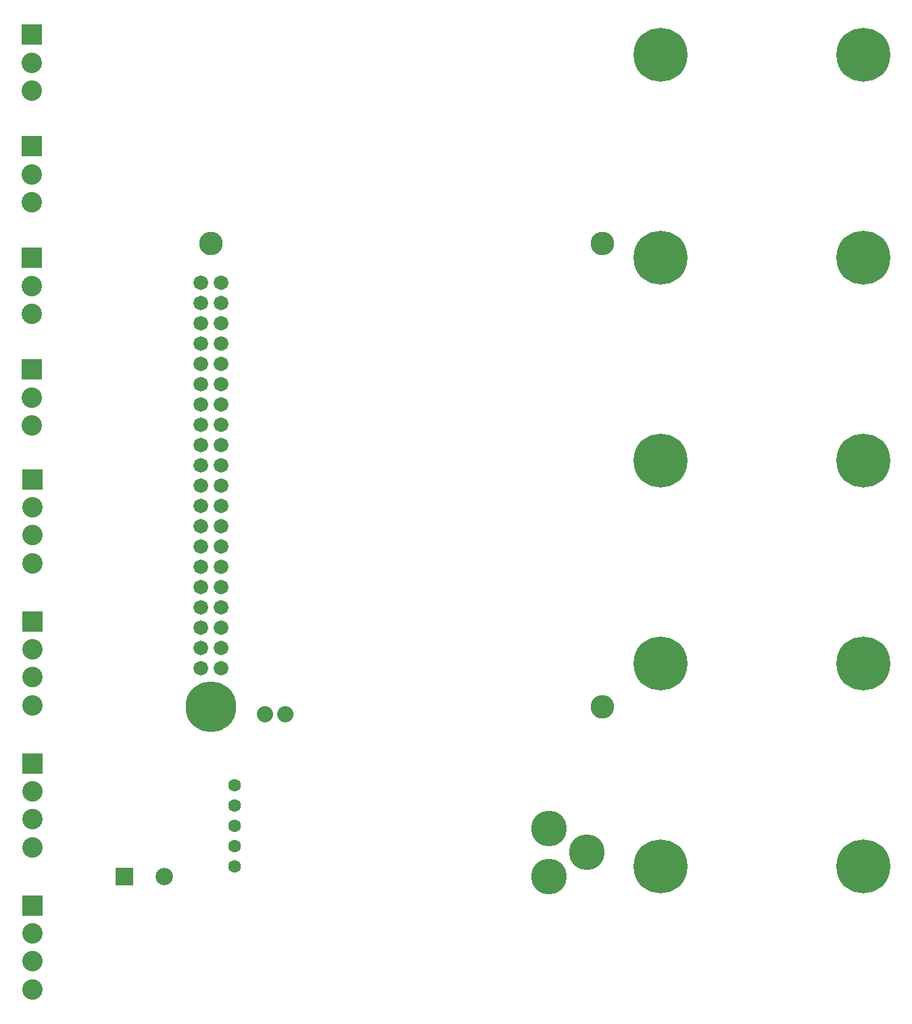
<source format=gbr>
G04 EAGLE Gerber RS-274X export*
G75*
%MOMM*%
%FSLAX34Y34*%
%LPD*%
%INSoldermask Bottom*%
%IPPOS*%
%AMOC8*
5,1,8,0,0,1.08239X$1,22.5*%
G01*
%ADD10C,1.600200*%
%ADD11C,4.470400*%
%ADD12R,2.565400X2.565400*%
%ADD13C,2.565400*%
%ADD14C,6.756400*%
%ADD15C,1.828800*%
%ADD16C,2.952400*%
%ADD17C,6.350000*%
%ADD18C,2.032000*%
%ADD19R,2.184400X2.184400*%
%ADD20C,2.184400*%


D10*
X-12700Y-457200D03*
X-12700Y-406400D03*
X-12700Y-482600D03*
D11*
X381000Y-459900D03*
X381000Y-519900D03*
X428000Y-489900D03*
D10*
X-12700Y-431800D03*
D12*
X-266700Y114300D03*
D13*
X-266700Y79300D03*
X-266700Y44300D03*
D12*
X-266700Y254000D03*
D13*
X-266700Y219000D03*
X-266700Y184000D03*
D12*
X-266700Y393700D03*
D13*
X-266700Y358700D03*
X-266700Y323700D03*
D12*
X-266700Y533400D03*
D13*
X-266700Y498400D03*
X-266700Y463400D03*
D14*
X520700Y-254000D03*
X774700Y-254000D03*
X520700Y254000D03*
X774700Y254000D03*
X520700Y0D03*
X774700Y0D03*
D12*
X-266470Y-200920D03*
D13*
X-266470Y-235920D03*
X-266470Y-270920D03*
X-266470Y-305920D03*
D12*
X-266470Y-556520D03*
D13*
X-266470Y-591520D03*
X-266470Y-626520D03*
X-266470Y-661520D03*
D12*
X-266470Y-378720D03*
D13*
X-266470Y-413720D03*
X-266470Y-448720D03*
X-266470Y-483720D03*
D12*
X-266470Y-23120D03*
D13*
X-266470Y-58120D03*
X-266470Y-93120D03*
X-266470Y-128120D03*
D14*
X774700Y-508000D03*
X520700Y508000D03*
X520700Y-508000D03*
X774700Y508000D03*
D10*
X-12700Y-508000D03*
D15*
X-29700Y-259200D03*
X-55100Y-259200D03*
X-29700Y-233800D03*
X-55100Y-233800D03*
X-29700Y-208400D03*
X-55100Y-208400D03*
X-29700Y-183000D03*
X-55100Y-183000D03*
X-29700Y-157600D03*
X-55100Y-157600D03*
X-29700Y-132200D03*
X-55100Y-132200D03*
X-29700Y-106800D03*
X-55100Y-106800D03*
X-29700Y-81400D03*
X-55100Y-81400D03*
X-29700Y-56000D03*
X-55100Y-56000D03*
X-29700Y-30600D03*
X-55100Y-30600D03*
X-29700Y-5200D03*
X-55100Y-5200D03*
X-29700Y20200D03*
X-55100Y20200D03*
X-29700Y45600D03*
X-55100Y45600D03*
X-29700Y71000D03*
X-55100Y71000D03*
X-29700Y96400D03*
X-55100Y96400D03*
X-29700Y121800D03*
X-55100Y121800D03*
X-29700Y147200D03*
X-55100Y147200D03*
X-29700Y172600D03*
X-55100Y172600D03*
X-29700Y198000D03*
X-55100Y198000D03*
X-29700Y223400D03*
X-55100Y223400D03*
D16*
X447600Y-307900D03*
X-42400Y272100D03*
X447600Y272100D03*
D17*
X-42418Y-308102D03*
D18*
X25400Y-317500D03*
X50800Y-317500D03*
D19*
X-151130Y-520700D03*
D20*
X-101130Y-520700D03*
M02*

</source>
